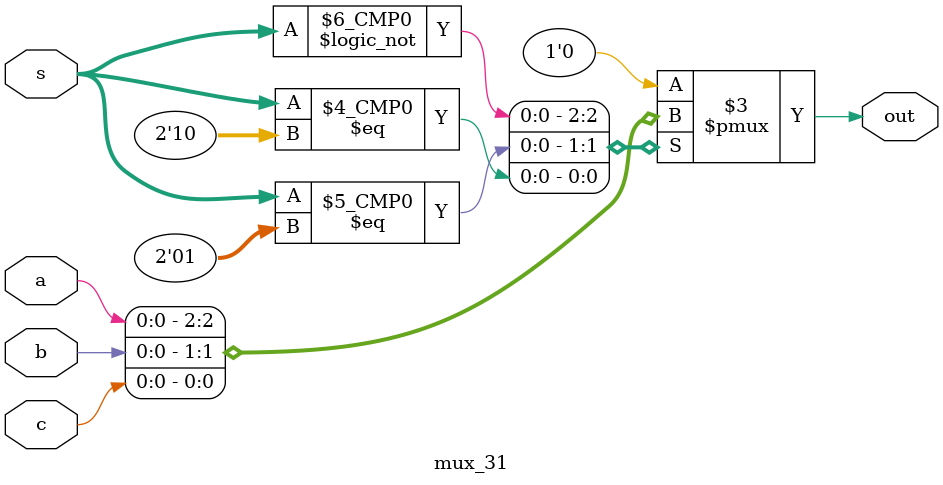
<source format=v>
module mux_31(
    input a,
    input b,
    input c,
    input [1:0] s,
    output reg out
    );
    
    always @ (*)
    begin
         case(s)
               2'b00 :  out = a;
               2'b01 :  out = b;
               2'b10 :  out = c;
             default :  out = 0;
         endcase
     end          
endmodule

</source>
